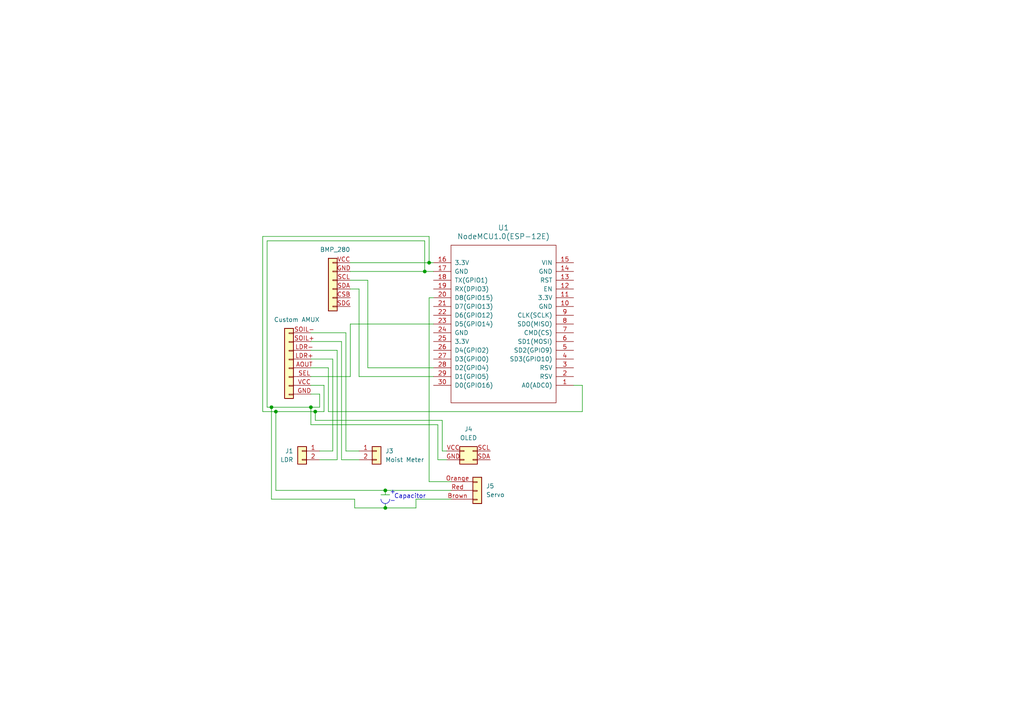
<source format=kicad_sch>
(kicad_sch (version 20230121) (generator eeschema)
  (paper "A4")
  (lib_symbols
    (symbol "AMUX:Conn_01x08" (pin_names (offset 1.016) hide)
      (property "Reference" "J2" (at 3.81 0 0))
      (property "Value" "Custom AMUX" (at 3.81 -2.54 0))
      (symbol "Conn_01x08_0_1"
        (polyline (pts (xy -1.27 -10.16) (xy 0 -10.16)))
        (polyline (pts (xy -1.27 -7.62) (xy 0 -7.62)))
        (polyline (pts (xy -1.27 -5.08) (xy 0 -5.08)))
        (polyline (pts (xy -1.27 -2.54) (xy 0 -2.54)))
        (polyline (pts (xy -1.27 0) (xy 0 0)))
        (polyline (pts (xy -1.27 2.54) (xy 0 2.54)))
        (polyline (pts (xy -1.27 5.08) (xy 0 5.08)))
        (polyline (pts (xy -1.27 7.62) (xy 0 7.62)))
      )
      (symbol "Conn_01x08_1_1"
        (rectangle (start 0 -10.16) (end 1.27 -10.414) (stroke (width 0.1524)))
        (rectangle (start 0 -7.62) (end 1.27 -7.874) (stroke (width 0.1524)))
        (rectangle (start 0 -5.08) (end 1.27 -5.334) (stroke (width 0.1524)))
        (rectangle (start 0 -2.54) (end 1.27 -2.794) (stroke (width 0.1524)))
        (rectangle (start 0 0) (end 1.27 -0.254) (stroke (width 0.1524)))
        (rectangle (start 0 2.54) (end 1.27 2.286) (stroke (width 0.1524)))
        (rectangle (start 0 5.08) (end 1.27 4.826) (stroke (width 0.1524)))
        (rectangle (start 0 7.62) (end 1.27 7.366) (stroke (width 0.1524)))
        (rectangle (start 0 8.89) (end 2.54 -11.43) (stroke (width 0.254)) (fill (type background)))
        (pin passive line (at -5.08 -2.54 0) (length 3.81) (name "Pin_5") (number "AOUT"))
        (pin passive line (at -5.08 -10.16 0) (length 3.81) (name "8") (number "GND"))
        (pin passive line (at -5.08 0 0) (length 3.81) (name "Pin_4") (number "LDR+"))
        (pin passive line (at -5.08 2.54 0) (length 3.81) (name "Pin_3") (number "LDR-"))
        (pin passive line (at -5.08 -5.08 0) (length 3.81) (name "Pin_6") (number "SEL"))
        (pin passive line (at -5.08 5.08 0) (length 3.81) (name "Pin_2") (number "SOIL+"))
        (pin passive line (at -5.08 7.62 0) (length 3.81) (name "Pin_1") (number "SOIL-"))
        (pin passive line (at -5.08 -7.62 0) (length 3.81) (name "Pin_7") (number "VCC"))
      )
    )
    (symbol "BMP_280:Conn_01x06" (pin_names (offset 1.016) hide)
      (property "Value" "BMP_280" (at 0 -11.43 0))
      (symbol "Conn_01x06_1_1"
        (rectangle (start -1.27 -7.493) (end 0 -7.747) (stroke (width 0.1524)))
        (rectangle (start -1.27 -4.953) (end 0 -5.207) (stroke (width 0.1524)))
        (rectangle (start -1.27 -2.413) (end 0 -2.667) (stroke (width 0.1524)))
        (rectangle (start -1.27 0.127) (end 0 -0.127) (stroke (width 0.1524)))
        (rectangle (start -1.27 2.667) (end 0 2.413) (stroke (width 0.1524)))
        (rectangle (start -1.27 5.207) (end 0 4.953) (stroke (width 0.1524)))
        (rectangle (start -1.27 6.35) (end 1.27 -8.89) (stroke (width 0.254)) (fill (type background)))
        (pin passive line (at -5.08 -5.08 0) (length 3.81) (name "Pin_5") (number "CSB"))
        (pin passive line (at -5.08 2.54 0) (length 3.81) (name "Pin_2") (number "GND"))
        (pin passive line (at -5.08 0 0) (length 3.81) (name "Pin_3") (number "SCL"))
        (pin passive line (at -5.08 -2.54 0) (length 3.81) (name "Pin_4") (number "SDA"))
        (pin passive line (at -5.08 -7.62 0) (length 3.81) (name "Pin_6") (number "SDG"))
        (pin passive line (at -5.08 5.08 0) (length 3.81) (name "1") (number "VCC"))
      )
    )
    (symbol "ESP8266:NodeMCU1.0(ESP-12E)" (pin_names (offset 1.016))
      (property "Reference" "U" (at 0 21.59 0))
      (property "Value" "NodeMCU1.0(ESP-12E)" (at 0 -21.59 0))
      (symbol "NodeMCU1.0(ESP-12E)_0_1"
        (rectangle (start -15.24 -22.86) (end 15.24 22.86))
      )
      (symbol "NodeMCU1.0(ESP-12E)_1_1"
        (pin input line (at -20.32 17.78 0) (length 5.08) (name "A0(ADC0)") (number "1"))
        (pin input line (at -20.32 -5.08 0) (length 5.08) (name "GND") (number "10"))
        (pin input line (at -20.32 -7.62 0) (length 5.08) (name "3.3V") (number "11"))
        (pin input line (at -20.32 -10.16 0) (length 5.08) (name "EN") (number "12"))
        (pin input line (at -20.32 -12.7 0) (length 5.08) (name "RST") (number "13"))
        (pin input line (at -20.32 -15.24 0) (length 5.08) (name "GND") (number "14"))
        (pin input line (at -20.32 -17.78 0) (length 5.08) (name "VIN") (number "15"))
        (pin input line (at 20.32 -17.78 180) (length 5.08) (name "3.3V") (number "16"))
        (pin input line (at 20.32 -15.24 180) (length 5.08) (name "GND") (number "17"))
        (pin input line (at 20.32 -12.7 180) (length 5.08) (name "TX(GPIO1)") (number "18"))
        (pin input line (at 20.32 -10.16 180) (length 5.08) (name "RX(DPIO3)") (number "19"))
        (pin input line (at -20.32 15.24 0) (length 5.08) (name "RSV") (number "2"))
        (pin input line (at 20.32 -7.62 180) (length 5.08) (name "D8(GPIO15)") (number "20"))
        (pin input line (at 20.32 -5.08 180) (length 5.08) (name "D7(GPIO13)") (number "21"))
        (pin input line (at 20.32 -2.54 180) (length 5.08) (name "D6(GPIO12)") (number "22"))
        (pin input line (at 20.32 0 180) (length 5.08) (name "D5(GPIO14)") (number "23"))
        (pin input line (at 20.32 2.54 180) (length 5.08) (name "GND") (number "24"))
        (pin input line (at 20.32 5.08 180) (length 5.08) (name "3.3V") (number "25"))
        (pin input line (at 20.32 7.62 180) (length 5.08) (name "D4(GPIO2)") (number "26"))
        (pin input line (at 20.32 10.16 180) (length 5.08) (name "D3(GPIO0)") (number "27"))
        (pin input line (at 20.32 12.7 180) (length 5.08) (name "D2(GPIO4)") (number "28"))
        (pin input line (at 20.32 15.24 180) (length 5.08) (name "D1(GPIO5)") (number "29"))
        (pin input line (at -20.32 12.7 0) (length 5.08) (name "RSV") (number "3"))
        (pin input line (at 20.32 17.78 180) (length 5.08) (name "D0(GPIO16)") (number "30"))
        (pin input line (at -20.32 10.16 0) (length 5.08) (name "SD3(GPIO10)") (number "4"))
        (pin input line (at -20.32 7.62 0) (length 5.08) (name "SD2(GPIO9)") (number "5"))
        (pin input line (at -20.32 5.08 0) (length 5.08) (name "SD1(MOSI)") (number "6"))
        (pin input line (at -20.32 2.54 0) (length 5.08) (name "CMD(CS)") (number "7"))
        (pin input line (at -20.32 0 0) (length 5.08) (name "SDO(MISO)") (number "8"))
        (pin input line (at -20.32 -2.54 0) (length 5.08) (name "CLK(SCLK)") (number "9"))
      )
    )
    (symbol "LDR:Conn_01x02" (pin_names (offset 1.016) hide)
      (property "Reference" "J1" (at 2.54 0 0))
      (property "Value" "LDR" (at 2.54 -2.54 0))
      (symbol "Conn_01x02_1_1"
        (rectangle (start -1.27 -2.413) (end 0 -2.667) (stroke (width 0.1524)))
        (rectangle (start -1.27 0.127) (end 0 -0.127) (stroke (width 0.1524)))
        (rectangle (start -1.27 1.27) (end 1.27 -3.81) (stroke (width 0.254)) (fill (type background)))
        (pin passive line (at -5.08 0 0) (length 3.81) (name "Pin_1") (number "1"))
        (pin passive line (at -5.08 -2.54 0) (length 3.81) (name "Pin_2") (number "2"))
      )
    )
    (symbol "MoistMeter:Moist Meter" (pin_names (offset 1.016) hide)
      (property "Reference" "J1" (at 2.54 0 0))
      (property "Value" "Moist Meter" (at 2.54 -2.54 0))
      (symbol "Moist Meter_1_1"
        (rectangle (start -1.27 -2.413) (end 0 -2.667) (stroke (width 0.1524)))
        (rectangle (start -1.27 0.127) (end 0 -0.127) (stroke (width 0.1524)))
        (rectangle (start -1.27 1.27) (end 1.27 -3.81) (stroke (width 0.254)) (fill (type background)))
        (pin passive line (at -5.08 0 0) (length 3.81) (name "Pin_1") (number "1"))
        (pin passive line (at -5.08 -2.54 0) (length 3.81) (name "Pin_2") (number "2"))
      )
    )
    (symbol "OLED:Conn_02x02_Top_Bottom" (pin_names (offset 1.016) hide)
      (property "Reference" "J4" (at 1.27 6.35 0))
      (property "Value" "OLED" (at 1.27 3.81 0))
      (symbol "Conn_02x02_Top_Bottom_1_1"
        (rectangle (start -1.27 -2.413) (end 0 -2.667) (stroke (width 0.1524)))
        (rectangle (start -1.27 0.127) (end 0 -0.127) (stroke (width 0.1524)))
        (rectangle (start -1.27 1.27) (end 3.81 -3.81) (stroke (width 0.254)) (fill (type background)))
        (rectangle (start 3.81 -2.413) (end 2.54 -2.667) (stroke (width 0.1524)))
        (rectangle (start 3.81 0.127) (end 2.54 -0.127) (stroke (width 0.1524)))
        (pin passive line (at -5.08 -2.54 0) (length 3.81) (name "Pin_2") (number "GND"))
        (pin passive line (at 7.62 0 180) (length 3.81) (name "Pin_3") (number "SCL"))
        (pin passive line (at 7.62 -2.54 180) (length 3.81) (name "Pin_4") (number "SDA"))
        (pin passive line (at -5.08 0 0) (length 3.81) (name "1") (number "VCC"))
      )
    )
    (symbol "servo:Servo" (pin_names (offset 1.016) hide)
      (property "Reference" "J5" (at 5.08 1.27 0))
      (property "Value" "Servo" (at 5.08 -1.27 0))
      (symbol "Servo_0_1"
        (polyline (pts (xy -1.27 -2.54) (xy 1.27 -2.54)))
        (polyline (pts (xy -1.27 0) (xy 1.27 0)))
        (polyline (pts (xy -1.27 2.54) (xy 1.27 2.54)))
      )
      (symbol "Servo_1_1"
        (rectangle (start 1.27 -2.54) (end 2.54 -2.794) (stroke (width 0.1524)))
        (rectangle (start 1.27 0) (end 2.54 -0.254) (stroke (width 0.1524)))
        (rectangle (start 1.27 2.54) (end 2.54 2.286) (stroke (width 0.1524)))
        (rectangle (start 1.27 3.81) (end 3.81 -3.81) (stroke (width 0.254)) (fill (type background)))
        (pin passive line (at -5.08 -2.54 0) (length 3.81) (name "3") (number "Brown"))
        (pin passive line (at -5.08 2.54 0) (length 3.81) (name "Pin_1") (number "Orange"))
        (pin passive line (at -5.08 0 0) (length 3.81) (name "Pin_2") (number "Red"))
      )
    )
  )
  (junction (at 123.19 78.74))
  (junction (at 111.76 142.24))
  (junction (at 111.76 147.32))
  (junction (at 91.44 119.38))
  (junction (at 80.01 119.38))
  (junction (at 78.74 118.11))
  (junction (at 124.46 76.2))
  (junction (at 90.17 118.11))
  (wire (pts (xy 90.17 106.68) (xy 95.25 106.68)))
  (wire (pts (xy 90.17 109.22) (xy 101.6 109.22)))
  (wire (pts (xy 76.2 68.58) (xy 124.46 68.58)))
  (wire (pts (xy 90.17 118.11) (xy 78.74 118.11)))
  (wire (pts (xy 77.47 69.85) (xy 123.19 69.85)))
  (wire (pts (xy 100.33 130.81) (xy 100.33 96.52)))
  (wire (pts (xy 106.68 81.28) (xy 101.6 81.28)))
  (wire (pts (xy 124.46 76.2) (xy 125.73 76.2)))
  (wire (pts (xy 129.54 130.81) (xy 128.27 130.81)))
  (wire (pts (xy 168.91 119.38) (xy 168.91 111.76)))
  (wire (pts (xy 124.46 86.36) (xy 125.73 86.36)))
  (wire (pts (xy 101.6 78.74) (xy 123.19 78.74)))
  (wire (pts (xy 128.27 121.92) (xy 91.44 121.92)))
  (wire (pts (xy 104.14 83.82) (xy 104.14 109.22)))
  (wire (pts (xy 90.17 111.76) (xy 93.98 111.76)))
  (wire (pts (xy 111.76 142.24) (xy 111.76 143.51)))
  (wire (pts (xy 92.71 133.35) (xy 97.79 133.35)))
  (wire (pts (xy 111.76 146.05) (xy 111.76 147.32)))
  (wire (pts (xy 76.2 119.38) (xy 76.2 68.58)))
  (wire (pts (xy 120.65 144.78) (xy 120.65 147.32)))
  (wire (pts (xy 125.73 106.68) (xy 106.68 106.68)))
  (wire (pts (xy 100.33 96.52) (xy 90.17 96.52)))
  (wire (pts (xy 90.17 101.6) (xy 97.79 101.6)))
  (wire (pts (xy 93.98 119.38) (xy 91.44 119.38)))
  (wire (pts (xy 124.46 68.58) (xy 124.46 76.2)))
  (wire (pts (xy 90.17 114.3) (xy 92.71 114.3)))
  (wire (pts (xy 95.25 106.68) (xy 95.25 119.38)))
  (wire (pts (xy 123.19 69.85) (xy 123.19 78.74)))
  (wire (pts (xy 101.6 76.2) (xy 124.46 76.2)))
  (wire (pts (xy 110.49 143.51) (xy 113.03 143.51)))
  (wire (pts (xy 130.81 142.24) (xy 111.76 142.24)))
  (wire (pts (xy 101.6 83.82) (xy 104.14 83.82)))
  (wire (pts (xy 129.54 133.35) (xy 127 133.35)))
  (wire (pts (xy 111.76 142.24) (xy 80.01 142.24)))
  (wire (pts (xy 99.06 133.35) (xy 104.14 133.35)))
  (wire (pts (xy 104.14 109.22) (xy 125.73 109.22)))
  (wire (pts (xy 78.74 118.11) (xy 77.47 118.11)))
  (wire (pts (xy 80.01 142.24) (xy 80.01 119.38)))
  (wire (pts (xy 90.17 118.11) (xy 90.17 123.19)))
  (wire (pts (xy 101.6 93.98) (xy 125.73 93.98)))
  (wire (pts (xy 97.79 101.6) (xy 97.79 133.35)))
  (wire (pts (xy 96.52 104.14) (xy 90.17 104.14)))
  (wire (pts (xy 92.71 130.81) (xy 96.52 130.81)))
  (wire (pts (xy 92.71 114.3) (xy 92.71 118.11)))
  (wire (pts (xy 102.87 147.32) (xy 102.87 144.78)))
  (wire (pts (xy 99.06 99.06) (xy 99.06 133.35)))
  (wire (pts (xy 90.17 99.06) (xy 99.06 99.06)))
  (wire (pts (xy 77.47 118.11) (xy 77.47 69.85)))
  (wire (pts (xy 91.44 121.92) (xy 91.44 119.38)))
  (wire (pts (xy 120.65 147.32) (xy 111.76 147.32)))
  (wire (pts (xy 104.14 130.81) (xy 100.33 130.81)))
  (wire (pts (xy 102.87 144.78) (xy 78.74 144.78)))
  (wire (pts (xy 123.19 78.74) (xy 125.73 78.74)))
  (wire (pts (xy 128.27 130.81) (xy 128.27 121.92)))
  (wire (pts (xy 96.52 130.81) (xy 96.52 104.14)))
  (wire (pts (xy 106.68 106.68) (xy 106.68 81.28)))
  (wire (pts (xy 80.01 119.38) (xy 76.2 119.38)))
  (wire (pts (xy 93.98 111.76) (xy 93.98 119.38)))
  (wire (pts (xy 111.76 147.32) (xy 102.87 147.32)))
  (wire (pts (xy 78.74 144.78) (xy 78.74 118.11)))
  (wire (pts (xy 127 133.35) (xy 127 123.19)))
  (wire (pts (xy 95.25 119.38) (xy 168.91 119.38)))
  (wire (pts (xy 168.91 111.76) (xy 166.37 111.76)))
  (wire (pts (xy 92.71 118.11) (xy 90.17 118.11)))
  (wire (pts (xy 130.81 139.7) (xy 124.46 139.7)))
  (wire (pts (xy 124.46 86.36) (xy 124.46 139.7)))
  (wire (pts (xy 127 123.19) (xy 90.17 123.19)))
  (wire (pts (xy 130.81 144.78) (xy 120.65 144.78)))
  (wire (pts (xy 91.44 119.38) (xy 80.01 119.38)))
  (wire (pts (xy 101.6 109.22) (xy 101.6 93.98)))
  (arc (start 113.03 144.78) (mid 112.658 145.678) (end 111.76 146.05))
  (arc (start 111.76 146.05) (mid 110.862 145.678) (end 110.49 144.78))
  (text "-" (at 113.03 146.05 0) (effects (font (size 1.27 1.27)) (justify left bottom)))
  (text "+" (at 113.03 143.51 0) (effects (font (size 1.27 1.27)) (justify left bottom)))
  (text "Capacitor" (at 114.3 144.78 0) (effects (font (size 1.27 1.27)) (justify left bottom)))
  (symbol (lib_id "BMP_280:Conn_01x06") (at 96.52 81.28 0) (mirror y) (unit 1)
    (property "Reference" "C1" (effects hide))
    (property "Value" "BMP_280" (at 101.6 72.39 0) (effects (justify left)))
  )
  (symbol (lib_id "servo:Servo") (at 135.89 142.24 0) (unit 1)
    (property "Reference" "J5" (at 140.97 140.97 0) (effects (justify left)))
    (property "Value" "Servo" (at 140.97 143.51 0) (effects (justify left)))
  )
  (symbol (lib_id "LDR:Conn_01x02") (at 87.63 130.81 0) (mirror y) (unit 1)
    (property "Reference" "J1" (at 85.09 130.81 0) (effects (justify left)))
    (property "Value" "LDR" (at 85.09 133.35 0) (effects (justify left)))
  )
  (symbol (lib_id "MoistMeter:Moist Meter") (at 109.22 130.81 0) (unit 1)
    (property "Reference" "J3" (at 111.76 130.81 0) (effects (justify left)))
    (property "Value" "Moist Meter" (at 111.76 133.35 0) (effects (justify left)))
  )
  (symbol (lib_id "AMUX:Conn_01x08") (at 85.09 104.14 0) (mirror y) (unit 1)
    (property "Reference" "J2" (effects hide))
    (property "Value" "Custom AMUX" (at 92.71 92.71 0) (effects (justify left)))
  )
  (symbol (lib_id "OLED:Conn_02x02_Top_Bottom") (at 134.62 130.81 0) (unit 1)
    (property "Reference" "J4" (at 135.89 124.46 0))
    (property "Value" "OLED" (at 135.89 127 0))
  )
  (symbol (lib_id "ESP8266:NodeMCU1.0(ESP-12E)") (at 146.05 93.98 180) (unit 1)
    (property "Reference" "U1" (at 146.05 66.04 0) (effects (font (size 1.524 1.524))))
    (property "Value" "NodeMCU1.0(ESP-12E)" (at 146.05 68.58 0) (effects (font (size 1.524 1.524))))
  )
)
</source>
